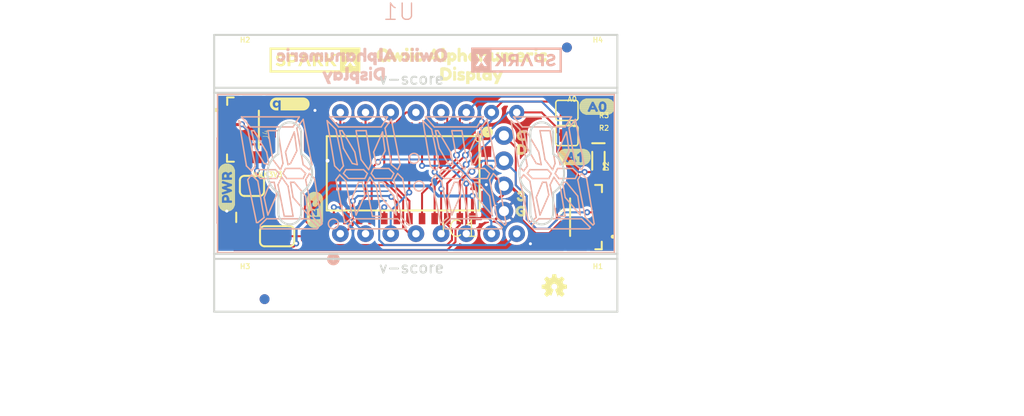
<source format=kicad_pcb>
(kicad_pcb (version 20211014) (generator pcbnew)
  (layers (0 "F.Cu" signal) (31 "B.Cu" signal) (34 "B.Paste" user) (35 "F.Paste" user) (36 "B.SilkS" user "B.Silkscreen") (37 "F.SilkS" user "F.Silkscreen") (38 "B.Mask" user) (39 "F.Mask" user) (44 "Edge.Cuts" user))
  (net 0 "")
  (net 1 "3.3V")
  (net 2 "N$1")
  (net 3 "GND")
  (net 4 "SDA")
  (net 5 "SCL")
  (net 6 "DIG_1A")
  (net 7 "DIG_1B")
  (net 8 "DIG_2A")
  (net 9 "DIG_2B")
  (net 10 "DIG_3A")
  (net 11 "DIG_3B")
  (net 12 "DIG_4B")
  (net 13 "DIG_DP")
  (net 14 "COM_A")
  (net 15 "COM_B")
  (net 16 "COM_C")
  (net 17 "COM_D")
  (net 18 "COM_E")
  (net 19 "COM_F")
  (net 20 "N$4")
  (net 21 "N$5")
  (net 22 "DIG_4A")
  (net 23 "COM_G")
  (net 24 "N$2")
  (net 25 "N$3")
  (net 26 "N$6")
  (net 27 "N$7")
  (footprint "eagleBoard:SPARKX-MEDIUM" (layer "F.Cu") (at 138.3411 93.5736)
    (fp_text reference "U$7" hide)
    (fp_text value "SPARKX-LOGO4" hide)
  )
  (footprint "eagleBoard:QWIIC_4MM" (layer "F.Cu") (at 135.8011 98.0186)
    (fp_text reference "U$6" hide)
    (fp_text value "" hide)
  )
  (footprint "eagleBoard:A11" (layer "F.Cu") (at 162.7251 103.3526)
    (fp_text reference "U$21" hide)
    (fp_text value "" hide)
  )
  (footprint "eagleBoard:STAND-OFF" (layer "F.Cu") (at 130.7211 116.4336)
    (fp_text reference "H3" (at 0 -2.032) (layer "F.SilkS") (effects (font (size 0.512064 0.512064) (thickness 0.097536)) (justify left)))
    (fp_text value "STAND-OFF")
    (pad "" np_thru_hole circle (at 0 0) (size 3.302 3.302) (drill 3.302) (layers *.Cu *.Mask))
  )
  (footprint "eagleBoard:STAND-OFF" (layer "F.Cu") (at 166.2811 93.5736)
    (fp_text reference "H4" (at 0 -2.032) (layer "F.SilkS") (effects (font (size 0.512064 0.512064) (thickness 0.097536)) (justify left)))
    (fp_text value "STAND-OFF")
    (pad "" np_thru_hole circle (at 0 0) (size 3.302 3.302) (drill 3.302) (layers *.Cu *.Mask))
  )
  (footprint "eagleBoard:0603" (layer "F.Cu") (at 138.3411 111.3536 180)
    (fp_text reference "R5" hide)
    (fp_text value "2.2k" hide)
    (pad "1" smd rect (at -0.85 0 180) (size 1.1 1) (layers "F.Cu" "F.Paste" "F.Mask") (net 5 "SCL"))
    (pad "2" smd rect (at 0.85 0 180) (size 1.1 1) (layers "F.Cu" "F.Paste" "F.Mask") (net 20 "N$4"))
  )
  (footprint "eagleBoard:SOD-323" (layer "F.Cu") (at 166.9161 103.7336 -90)
    (fp_text reference "D2" (at 0 -0.762 90) (layer "F.SilkS") (effects (font (size 0.512064 0.512064) (thickness 0.097536)) (justify right)))
    (fp_text value "250mA/100V")
    (pad "A" smd rect (at 1.15 0 270) (size 0.63 0.83) (layers "F.Cu" "F.Paste" "F.Mask") (net 14 "COM_A"))
    (pad "C" smd rect (at -1.15 0 270) (size 0.63 0.83) (layers "F.Cu" "F.Paste" "F.Mask") (net 26 "N$6"))
  )
  (footprint "eagleBoard:SMT-JUMPER_2_NC_TRACE_SILK" (layer "F.Cu") (at 131.9911 106.2736)
    (fp_text reference "UNK3V3" (at 0 -1.143) (layer "F.SilkS") (effects (font (size 0.512064 0.512064) (thickness 0.097536)) (justify left)))
    (fp_text value "JUMPER-SMT_2_NC_TRACE_SILK")
    (fp_line (start -0.508 0) (end 0.508 0) (layer "F.Cu") (width 0.254))
    (pad "1" smd rect (at -0.508 0) (size 0.635 1.27) (layers "F.Cu" "F.Mask") (net 27 "N$7"))
    (pad "2" smd rect (at 0.508 0) (size 0.635 1.27) (layers "F.Cu" "F.Mask") (net 1 "3.3V"))
  )
  (footprint "eagleBoard:DISPLAY1" (layer "F.Cu") (at 149.7711 94.9706)
    (fp_text reference "U$16" hide)
    (fp_text value "" hide)
  )
  (footprint "eagleBoard:G3" (layer "F.Cu") (at 157.6451 108.8136)
    (fp_text reference "U$5" hide)
    (fp_text value "" hide)
  )
  (footprint "eagleBoard:1X04_NO_SILK" (layer "F.Cu") (at 157.3911 108.8136 90)
    (fp_text reference "J3" hide)
    (fp_text value "")
    (pad "1" thru_hole circle (at 0 0 180) (size 1.8796 1.8796) (drill 1.016) (layers *.Cu *.Mask) (net 3 "GND"))
    (pad "2" thru_hole circle (at 2.54 0 180) (size 1.8796 1.8796) (drill 1.016) (layers *.Cu *.Mask) (net 1 "3.3V"))
    (pad "3" thru_hole circle (at 5.08 0 180) (size 1.8796 1.8796) (drill 1.016) (layers *.Cu *.Mask) (net 4 "SDA"))
    (pad "4" thru_hole circle (at 7.62 0 180) (size 1.8796 1.8796) (drill 1.016) (layers *.Cu *.Mask) (net 5 "SCL"))
  )
  (footprint "eagleBoard:A00" (layer "F.Cu") (at 164.8841 98.2726)
    (fp_text reference "U$20" hide)
    (fp_text value "" hide)
  )
  (footprint "eagleBoard:PWR5" (layer "F.Cu") (at 129.4511 108.9406 90)
    (fp_text reference "U$3" hide)
    (fp_text value "" hide)
  )
  (footprint "eagleBoard:SMT-JUMPER_3_2-NC_TRACE_SILK" (layer "F.Cu") (at 134.5311 111.3536 180)
    (fp_text reference "I2C0" hide)
    (fp_text value "JUMPER-SMT_3_2-NC_TRACE_SILK" hide)
    (fp_poly (pts (xy -0.7112 0.127) (xy -0.3048 0.127) (xy -0.3048 -0.127) (xy -0.7112 -0.127)) (layer "F.Cu") (width 0) (fill solid))
    (fp_poly (pts (xy 0.3048 0.127) (xy 0.7112 0.127) (xy 0.7112 -0.127) (xy 0.3048 -0.127)) (layer "F.Cu") (width 0) (fill solid))
    (pad "1" smd rect (at -1.016 0 180) (size 0.635 1.27) (layers "F.Cu" "F.Mask") (net 20 "N$4"))
    (pad "2" smd rect (at 0 0 180) (size 0.635 1.27) (layers "F.Cu" "F.Mask") (net 1 "3.3V"))
    (pad "3" smd rect (at 1.016 0 180) (size 0.635 1.27) (layers "F.Cu" "F.Mask") (net 21 "N$5"))
  )
  (footprint "eagleBoard:LED-0603" (layer "F.Cu") (at 131.9911 109.4486 180)
    (fp_text reference "D1" hide)
    (fp_text value "RED" hide)
    (pad "A" smd roundrect (at -0.877 0 90) (size 1 1) (layers "F.Cu" "F.Paste" "F.Mask") (roundrect_rratio 0.15) (net 2 "N$1"))
    (pad "C" smd roundrect (at 0.877 0 90) (size 1 1) (layers "F.Cu" "F.Paste" "F.Mask") (roundrect_rratio 0.15) (net 3 "GND"))
  )
  (footprint "eagleBoard:HT16K33" (layer "F.Cu") (at 147.2311 105.0036 180)
    (fp_text reference "IC1" (at -7.75 -5.6) (layer "F.SilkS") (effects (font (size 1.647139 1.647139) (thickness 0.130861)) (justify right)))
    (fp_text value "")
    (pad "1" smd rect (at -6.985 4.572 180) (size 0.6604 1.143) (layers "F.Cu" "F.Paste" "F.Mask") (net 3 "GND"))
    (pad "2" smd rect (at -5.715 4.572 180) (size 0.6604 1.143) (layers "F.Cu" "F.Paste" "F.Mask") (net 14 "COM_A"))
    (pad "3" smd rect (at -4.445 4.572 180) (size 0.6604 1.143) (layers "F.Cu" "F.Paste" "F.Mask") (net 15 "COM_B"))
    (pad "4" smd rect (at -3.175 4.572 180) (size 0.6604 1.143) (layers "F.Cu" "F.Paste" "F.Mask") (net 16 "COM_C"))
    (pad "5" smd rect (at -1.905 4.572 180) (size 0.6604 1.143) (layers "F.Cu" "F.Paste" "F.Mask") (net 17 "COM_D"))
    (pad "6" smd rect (at -0.635 4.572 180) (size 0.6604 1.143) (layers "F.Cu" "F.Paste" "F.Mask") (net 18 "COM_E"))
    (pad "7" smd rect (at 0.635 4.572 180) (size 0.6604 1.143) (layers "F.Cu" "F.Paste" "F.Mask") (net 19 "COM_F"))
    (pad "8" smd rect (at 1.905 4.572 180) (size 0.6604 1.143) (layers "F.Cu" "F.Paste" "F.Mask") (net 23 "COM_G"))
    (pad "9" smd rect (at 3.175 4.572 180) (size 0.6604 1.143) (layers "F.Cu" "F.Paste" "F.Mask"))
    (pad "10" smd rect (at 4.445 4.572 180) (size 0.6604 1.143) (layers "F.Cu" "F.Paste" "F.Mask"))
    (pad "11" smd rect (at 5.715 4.572 180) (size 0.6604 1.143) (layers "F.Cu" "F.Paste" "F.Mask"))
    (pad "12" smd rect (at 6.985 4.572 180) (size 0.6604 1.143) (layers "F.Cu" "F.Paste" "F.Mask"))
    (pad "13" smd rect (at 6.985 -4.572 180) (size 0.6604 1.143) (layers "F.Cu" "F.Paste" "F.Mask") (net 13 "DIG_DP"))
    (pad "14" smd rect (at 5.715 -4.572 180) (size 0.6604 1.143) (layers "F.Cu" "F.Paste" "F.Mask") (net 12 "DIG_4B"))
    (pad "15" smd rect (at 4.445 -4.572 180) (size 0.6604 1.143) (layers "F.Cu" "F.Paste" "F.Mask") (net 11 "DIG_3B"))
    (pad "16" smd rect (at 3.175 -4.572 180) (size 0.6604 1.143) (layers "F.Cu" "F.Paste" "F.Mask") (net 9 "DIG_2B"))
    (pad "17" smd rect (at 1.905 -4.572 180) (size 0.6604 1.143) (layers "F.Cu" "F.Paste" "F.Mask") (net 7 "DIG_1B"))
    (pad "18" smd rect (at 0.635 -4.572 180) (size 0.6604 1.143) (layers "F.Cu" "F.Paste" "F.Mask") (net 22 "DIG_4A"))
    (pad "19" smd rect (at -0.635 -4.572 180) (size 0.6604 1.143) (layers "F.Cu" "F.Paste" "F.Mask") (net 10 "DIG_3A"))
    (pad "20" smd rect (at -1.905 -4.572 180) (size 0.6604 1.143) (layers "F.Cu" "F.Paste" "F.Mask") (net 8 "DIG_2A"))
    (pad "21" smd rect (at -3.175 -4.572 180) (size 0.6604 1.143) (layers "F.Cu" "F.Paste" "F.Mask") (net 6 "DIG_1A"))
    (pad "22" smd rect (at -4.445 -4.572 180) (size 0.6604 1.143) (layers "F.Cu" "F.Paste" "F.Mask") (net 5 "SCL"))
    (pad "23" smd rect (at -5.715 -4.572 180) (size 0.6604 1.143) (layers "F.Cu" "F.Paste" "F.Mask") (net 4 "SDA"))
    (pad "24" smd rect (at -6.985 -4.572 180) (size 0.6604 1.143) (layers "F.Cu" "F.Paste" "F.Mask") (net 1 "3.3V"))
  )
  (footprint "eagleBoard:SMT-JUMPER_2_NO_SILK" (layer "F.Cu") (at 163.7411 101.1936)
    (fp_text reference "A1" (at 0 -1.143) (layer "F.SilkS") (effects (font (size 0.512064 0.512064) (thickness 0.097536)) (justify left)))
    (fp_text value "JUMPER-SMT_2_NO_SILK")
    (pad "1" smd rect (at -0.4064 0) (size 0.635 1.27) (layers "F.Cu" "F.Mask") (net 6 "DIG_1A"))
    (pad "2" smd rect (at 0.4064 0) (size 0.635 1.27) (layers "F.Cu" "F.Mask") (net 24 "N$2"))
  )
  (footprint "eagleBoard:MOUNTING_HOLE_M2-0.4X6" (layer "F.Cu") (at 135.8011 105.0036)
    (fp_text reference "U$19" hide)
    (fp_text value "MOUNTING_HOLE_M2-0.4X6" hide)
    (fp_text user "ROUTE\nOUT" (at 0 0) (layer "Edge.Cuts") (effects (font (size 0.46 0.46) (thickness 0.04))))
    (fp_line (start 1.15 4) (end 1.15 1.95) (layer "Edge.Cuts") (width 0.2032))
    (fp_line (start -1.15 -4) (end -1.15 -1.95) (layer "Edge.Cuts") (width 0.2032))
    (fp_line (start 1.15 -1.95) (end 1.15 -4) (layer "Edge.Cuts") (width 0.2032))
    (fp_line (start -1.15 1.95) (end -1.15 4) (layer "Edge.Cuts") (width 0.2032))
    (fp_arc (start -1.15 1.95) (mid -2.254955 0) (end -1.15 -1.95) (layer "Edge.Cuts") (width 0.2032))
    (fp_arc (start 1.15 -1.95) (mid 2.254955 0) (end 1.15 1.95) (layer "Edge.Cuts") (width 0.2032))
    (fp_arc (start 1.15 4) (mid 0 5.15) (end -1.15 4) (layer "Edge.Cuts") (width 0.2032))
    (fp_arc (start -1.15 -4) (mid 0 -5.15) (end 1.15 -4) (layer "Edge.Cuts") (width 0.2032))
  )
  (footprint "eagleBoard:STAND-OFF" (layer "F.Cu") (at 130.7211 93.5736)
    (fp_text reference "H2" (at 0 -2.032) (layer "F.SilkS") (effects (font (size 0.512064 0.512064) (thickness 0.097536)) (justify left)))
    (fp_text value "STAND-OFF")
    (pad "" np_thru_hole circle (at 0 0) (size 3.302 3.302) (drill 3.302) (layers *.Cu *.Mask))
  )
  (footprint "eagleBoard:MOUNTING_HOLE_M2-0.4X6" (layer "F.Cu") (at 161.2011 105.0036)
    (fp_text reference "U$18" hide)
    (fp_text value "MOUNTING_HOLE_M2-0.4X6" hide)
    (fp_text user "ROUTE\nOUT" (at 0 0) (layer "Edge.Cuts") (effects (font (size 0.46 0.46) (thickness 0.04))))
    (fp_line (start 1.15 4) (end 1.15 1.95) (layer "Edge.Cuts") (width 0.2032))
    (fp_line (start 1.15 -1.95) (end 1.15 -4) (layer "Edge.Cuts") (width 0.2032))
    (fp_line (start -1.15 -4) (end -1.15 -1.95) (layer "Edge.Cuts") (width 0.2032))
    (fp_line (start -1.15 1.95) (end -1.15 4) (layer "Edge.Cuts") (width 0.2032))
    (fp_arc (start 1.15 4) (mid 0 5.15) (end -1.15 4) (layer "Edge.Cuts") (width 0.2032))
    (fp_arc (start -1.15 -4) (mid 0 -5.15) (end 1.15 -4) (layer "Edge.Cuts") (width 0.2032))
    (fp_arc (start 1.15 -1.95) (mid 2.254955 0) (end 1.15 1.95) (layer "Edge.Cuts") (width 0.2032))
    (fp_arc (start -1.15 1.95) (mid -2.254955 0) (end -1.15 -1.95) (layer "Edge.Cuts") (width 0.2032))
  )
  (footprint "eagleBoard:0603" (layer "F.Cu") (at 131.9911 108.1786 180)
    (fp_text reference "R1" hide)
    (fp_text value "1k" hide)
    (pad "1" smd rect (at -0.85 0 180) (size 1.1 1) (layers "F.Cu" "F.Paste" "F.Mask") (net 2 "N$1"))
    (pad "2" smd rect (at 0.85 0 180) (size 1.1 1) (layers "F.Cu" "F.Paste" "F.Mask") (net 27 "N$7"))
  )
  (footprint "eagleBoard:32" (layer "F.Cu") (at 157.7721 107.2896)
    (fp_text reference "U$1" hide)
    (fp_text value "" hide)
  )
  (footprint "eagleBoard:FIDUCIAL-1X2" (layer "F.Cu") (at 163.7411 92.3036)
    (fp_text reference "FD3" hide)
    (fp_text value "FIDUCIAL1X2" hide)
    (pad "1" smd roundrect (at 0 0) (size 1 1) (layers "F.Cu" "F.Mask") (roundrect_rratio 0.5))
  )
  (footprint "eagleBoard:D1" (layer "F.Cu") (at 157.7721 102.5906)
    (fp_text reference "U$4" hide)
    (fp_text value "" hide)
  )
  (footprint "eagleBoard:FIDUCIAL-1X2" (layer "F.Cu") (at 133.2611 117.7036)
    (fp_text reference "FD1" hide)
    (fp_text value "FIDUCIAL1X2" hide)
    (pad "1" smd roundrect (at 0 0) (size 1 1) (layers "F.Cu" "F.Mask") (roundrect_rratio 0.5))
  )
  (footprint "eagleBoard:SMT-JUMPER_2_NO_SILK" (layer "F.Cu") (at 163.7411 98.6536)
    (fp_text reference "A0" (at 0 -1.143) (layer "F.SilkS") (effects (font (size 0.512064 0.512064) (thickness 0.097536)) (justify left)))
    (fp_text value "JUMPER-SMT_2_NO_SILK")
    (pad "1" smd rect (at -0.4064 0) (size 0.635 1.27) (layers "F.Cu" "F.Mask") (net 8 "DIG_2A"))
    (pad "2" smd rect (at 0.4064 0) (size 0.635 1.27) (layers "F.Cu" "F.Mask") (net 25 "N$3"))
  )
  (footprint "eagleBoard:0603" (layer "F.Cu") (at 155.6131 108.1786 90)
    (fp_text reference "C1" hide)
    (fp_text value "0.1uF" hide)
    (pad "1" smd rect (at -0.85 0 90) (size 1.1 1) (layers "F.Cu" "F.Paste" "F.Mask") (net 1 "3.3V"))
    (pad "2" smd rect (at 0.85 0 90) (size 1.1 1) (layers "F.Cu" "F.Paste" "F.Mask") (net 3 "GND"))
  )
  (footprint "eagleBoard:JST04_1MM_VERT" (layer "F.Cu") (at 167.9321 109.4486 90)
    (fp_text reference "J5" (at 0.016 -4.566332 90) (layer "F.SilkS") (effects (font (size 0.564733 0.564733) (thickness 0.044867)) (justify left)))
    (fp_text value "Vertical Qwiic Connector")
    (pad "1" smd rect (at -1.478 -0.775 90) (size 0.6 1.55) (layers "F.Cu" "F.Paste" "F.Mask") (net 3 "GND"))
    (pad "2" smd rect (at -0.478 -0.775 90) (size 0.6 1.55) (layers "F.Cu" "F.Paste" "F.Mask") (net 1 "3.3V"))
    (pad "3" smd rect (at 0.522 -0.775 90) (size 0.6 1.55) (layers "F.Cu" "F.Paste" "F.Mask") (net 4 "SDA"))
    (pad "4" smd rect (at 1.522 -0.775 90) (size 0.6 1.55) (layers "F.Cu" "F.Paste" "F.Mask") (net 5 "SCL"))
    (pad "NC1" smd rect (at -2.778 -3.2 90) (size 1.2 2) (layers "F.Cu" "F.Paste" "F.Mask"))
    (pad "NC2" smd rect (at 2.822 -3.2 90) (size 1.2 2) (layers "F.Cu" "F.Paste" "F.Mask"))
  )
  (footprint "eagleBoard:C0" (layer "F.Cu") (at 157.7721 101.1936)
    (fp_text reference "U$2" hide)
    (fp_text value "" hide)
  )
  (footprint "eagleBoard:JST04_1MM_VERT" (layer "F.Cu") (at 128.8161 100.5586 -90)
    (fp_text reference "J4" (at 0.016 -4.566331 90) (layer "F.SilkS") (effects (font (size 0.564733 0.564733) (thickness 0.044867)) (justify right)))
    (fp_text value "Vertical Qwiic Connector")
    (pad "1" smd rect (at -1.478 -0.775 270) (size 0.6 1.55) (layers "F.Cu" "F.Paste" "F.Mask") (net 3 "GND"))
    (pad "2" smd rect (at -0.478 -0.775 270) (size 0.6 1.55) (layers "F.Cu" "F.Paste" "F.Mask") (net 1 "3.3V"))
    (pad "3" smd rect (at 0.522 -0.775 270) (size 0.6 1.55) (layers "F.Cu" "F.Paste" "F.Mask") (net 4 "SDA"))
    (pad "4" smd rect (at 1.522 -0.775 270) (size 0.6 1.55) (layers "F.Cu" "F.Paste" "F.Mask") (net 5 "SCL"))
    (pad "NC1" smd rect (at -2.778 -3.2 270) (size 1.2 2) (layers "F.Cu" "F.Paste" "F.Mask"))
    (pad "NC2" smd rect (at 2.822 -3.2 270) (size 1.2 2) (layers "F.Cu" "F.Paste" "F.Mask"))
  )
  (footprint "eagleBoard:I_SUPER2_C-()-04" (layer "F.Cu") (at 138.3411 110.5916 90)
    (fp_text reference "U$10" hide)
    (fp_text value "" hide)
  )
  (footprint "eagleBoard:CREATIVE_COMMONS" (layer "F.Cu") (at 126.9111 129.1336)
    (fp_text reference "FRAME1" hide)
    (fp_text value "FRAME-LETTER" hide)
  )
  (footprint "eagleBoard:0603" (layer "F.Cu") (at 166.9161 101.1936)
    (fp_text reference "R2" (at 0 -0.762) (layer "F.SilkS") (effects (font (size 0.512064 0.512064) (thickness 0.097536)) (justify left)))
    (fp_text value "39k")
    (pad "1" smd rect (at -0.85 0) (size 1.1 1) (layers "F.Cu" "F.Paste" "F.Mask") (net 24 "N$2"))
    (pad "2" smd rect (at 0.85 0) (size 1.1 1) (layers "F.Cu" "F.Paste" "F.Mask") (net 26 "N$6"))
  )
  (footprint "eagleBoard:QWIIC_ALPHANUMERIC0" (layer "F.Cu") (at 143.4211 93.0656)
    (fp_text reference "U$15" hide)
    (fp_text value "" hide)
  )
  (footprint "eagleBoard:0603" (layer "F.Cu") (at 130.7211 111.3536)
    (fp_text reference "R4" hide)
    (fp_text value "2.2k" hide)
    (pad "1" smd rect (at -0.85 0) (size 1.1 1) (layers "F.Cu" "F.Paste" "F.Mask") (net 4 "SDA"))
    (pad "2" smd rect (at 0.85 0) (size 1.1 1) (layers "F.Cu" "F.Paste" "F.Mask") (net 21 "N$5"))
  )
  (footprint "eagleBoard:STAND-OFF" (layer "F.Cu") (at 166.2811 116.4336)
    (fp_text reference "H1" (at 0 -2.032) (layer "F.SilkS") (effects (font (size 0.512064 0.512064) (thickness 0.097536)) (justify left)))
    (fp_text value "STAND-OFF")
    (pad "" np_thru_hole circle (at 0 0) (size 3.302 3.302) (drill 3.302) (layers *.Cu *.Mask))
  )
  (footprint "eagleBoard:0603" (layer "F.Cu") (at 166.9161 99.9236)
    (fp_text reference "R3" (at 0 -0.762) (layer "F.SilkS") (effects (font (size 0.512064 0.512064) (thickness 0.097536)) (justify left)))
    (fp_text value "39k")
    (pad "1" smd rect (at -0.85 0) (size 1.1 1) (layers "F.Cu" "F.Paste" "F.Mask") (net 25 "N$3"))
    (pad "2" smd rect (at 0.85 0) (size 1.1 1) (layers "F.Cu" "F.Paste" "F.Mask") (net 26 "N$6"))
  )
  (footprint "eagleBoard:0603" (layer "F.Cu") (at 155.6131 101.9556 90)
    (fp_text reference "C2" (at 0 -0.762 90) (layer "F.SilkS") (effects (font (size 0.512064 0.512064) (thickness 0.097536)) (justify left)))
    (fp_text value "10uF")
    (pad "1" smd rect (at -0.85 0 90) (size 1.1 1) (layers "F.Cu" "F.Paste" "F.Mask") (net 1 "3.3V"))
    (pad "2" smd rect (at 0.85 0 90) (size 1.1 1) (layers "F.Cu" "F.Paste" "F.Mask") (net 3 "GND"))
  )
  (footprint "eagleBoard:OSHW-LOGO-MINI" (layer "F.Cu") (at 162.4711 116.4336)
    (fp_text reference "LOGO1" hide)
    (fp_text value "OSHW-LOGOMINI" hide)
  )
  (footprint "eagleBoard:QWIIC_ALPHANUMERIC0" (layer "B.Cu") (at 152.8191 93.0656 180)
    (fp_text reference "U$13" hide)
    (fp_text value "" hide)
  )
  (footprint "eagleBoard:FIDUCIAL-1X2" (layer "B.Cu") (at 163.7411 92.3036 180)
    (fp_text reference "FD4" hide)
    (fp_text value "FIDUCIAL1X2" hide)
    (pad "1" smd roundrect (at 0 0 180) (size 1 1) (layers "B.Cu" "B.Mask") (roundrect_rratio 0.5))
  )
  (footprint "eagleBoard:SPARKX-MEDIUM" (layer "B.Cu") (at 158.6611 93.5736 180)
    (fp_text reference "U$8" hide)
    (fp_text value "SPARKX-LOGO4" hide)
  )
  (footprint "eagleBoard:DISPLAY1" (layer "B.Cu") (at 146.5961 94.9706 180)
    (fp_text reference "U$17" hide)
    (fp_text value "" hide)
  )
  (footprint "eagleBoard:SILSMART_DISPLAY" (layer "B.Cu") (at 148.5011 105.0036 180)
    (fp_text reference "U1" (at -0.05 16.3) (layer "B.SilkS") (effects (font (size 1.647139 1.647139) (thickness 0.130861)) (justify left mirror)))
    (fp_text value "")
    (pad "1" thru_hole circle (at -10.178 -6.092 180) (size 1.6764 1.6764) (drill 0.75) (layers *.Cu *.Mask) (net 7 "DIG_1B"))
    (pad "2" thru_hole circle (at -7.638 -6.092 180) (size 1.6764 1.6764) (drill 0.75) (layers *.Cu *.Mask) (net 9 "DIG_2B"))
    (pad "3" thru_hole circle (at -5.098 -6.092 180) (size 1.6764 1.6764) (drill 0.75) (layers *.Cu *.Mask) (net 17 "COM_D"))
    (pad "4" thru_hole circle (at -2.558 -6.092 180) (size 1.6764 1.6764) (drill 0.75) (layers *.Cu *.Mask) (net 16 "COM_C"))
    (pad "5" thru_hole circle (at -0.018 -6.092 180) (size 1.6764 1.6764) (drill 0.75) (layers *.Cu *.Mask) (net 23 "COM_G"))
    (pad "6" thru_hole circle (at 2.522 -6.092 180) (size 1.6764 1.6764) (drill 0.75) (layers *.Cu *.Mask) (net 18 "COM_E"))
    (pad "7" thru_hole circle (at 5.062 -6.092 180) (size 1.6764 1.6764) (drill 0.75) (layers *.Cu *.Mask) (net 13 "DIG_DP"))
    (pad "8" thru_hole circle (at 7.602 -6.092 180) (size 1.6764 1.6764) (drill 0.75) (layers *.Cu *.Mask) (net 22 "DIG_4A"))
    (pad "9" thru_hole circle (at 7.602 6.148) (size 1.6764 1.6764) (drill 0.75) (layers *.Cu *.Mask) (net 12 "DIG_4B"))
    (pad "10" thru_hole circle (at 5.062 6.148) (size 1.6764 1.6764) (drill 0.75) (layers *.Cu *.Mask) (net 11 "DIG_3B"))
    (pad "11" thru_hole circle (at 2.522 6.148) (size 1.6764 1.6764) (drill 0.75) (layers *.Cu *.Mask) (net 10 "DIG_3A"))
    (pad "12" thru_hole circle (at -0.018 6.148) (size 1.6764 1.6764) (drill 0.75) (layers *.Cu *.Mask) (net 19 "COM_F"))
    (pad "13" thru_hole circle (at -2.558 6.148) (size 1.6764 1.6764) (drill 0.75) (layers *.Cu *.Mask) (net 15 "COM_B"))
    (pad "14" thru_hole circle (at -5.098 6.148) (size 1.6764 1.6764) (drill 0.75) (layers *.Cu *.Mask) (net 14 "COM_A"))
    (pad "15" thru_hole circle (at -7.638 6.148) (size 1.524 1.524) (drill 0.75) (layers *.Cu *.Mask) (net 8 "DIG_2A"))
    (pad "16" thru_hole circle (at -10.178 6.148) (size 1.524 1.524) (drill 0.75) (layers *.Cu *.Mask) (net 6 "DIG_1A"))
  )
  (footprint "eagleBoard:FIDUCIAL-1X2" (layer "B.Cu") (at 133.2611 117.7036 180)
    (fp_text reference "FD2" hide)
    (fp_text value "FIDUCIAL1X2" hide)
    (pad "1" smd roundrect (at 0 0 180) (size 1 1) (layers "B.Cu" "B.Mask") (roundrect_rratio 0.5))
  )
  (gr_line (start 128.1811 96.8756) (end 128.1811 91.0336) (layer "Edge.Cuts") (width 0.2032))
  (gr_line (start 168.8211 96.3676) (end 128.3081 96.3676) (layer "Edge.Cuts") (width 0.2032))
  (gr_line (start 128.1811 118.9736) (end 128.1811 113.1316) (layer "Edge.Cuts") (width 0.2032))
  (gr_line (start 168.8211 113.1316) (end 168.8211 118.9736) (layer "Edge.Cuts") (width 0.2032))
  (gr_line (start 128.1811 96.8756) (end 128.1811 113.1316) (layer "Edge.Cuts") (width 0.2032))
  (gr_line (start 168.8211 118.9736) (end 128.1811 118.9736) (layer "Edge.Cuts") (width 0.2032))
  (gr_line (start 168.8211 113.1316) (end 168.8211 96.8756) (layer "Edge.Cuts") (width 0.2032))
  (gr_line (start 128.3081 113.6396) (end 168.8211 113.6396) (layer "Edge.Cuts") (width 0.2032))
  (gr_line (start 168.8211 96.8756) (end 128.1811 96.8756) (layer "Edge.Cuts") (width 0.2032))
  (gr_line (start 168.8211 91.0336) (end 168.8211 96.8756) (layer "Edge.Cuts") (width 0.2032))
  (gr_line (start 128.1811 91.0336) (end 168.8211 91.0336) (layer "Edge.Cuts") (width 0.2032))
  (gr_line (start 128.1811 113.1316) (end 168.8211 113.1316) (layer "Edge.Cuts") (width 0.2032))
  (gr_text "v-score" (at 144.6911 115.1636) (layer "Edge.Cuts") (effects (font (size 1.0795 1.0795) (thickness 0.1905)) (justify left bottom)))
  (gr_text "v-score" (at 144.6911 96.1136) (layer "Edge.Cuts") (effects (font (size 1.0795 1.0795) (thickness 0.1905)) (justify left bottom)))
  (segment (start 159.1691 107.4166) (end 159.1691 109.7026) (width 0.3048) (layer "F.Cu") (net 1))
  (segment (start 155.0661 109.5756) (end 155.6131 109.0286) (width 0.3048) (layer "F.Cu") (net 1))
  (segment (start 154.2161 107.2896) (end 154.2161 109.5756) (width 0.3048) (layer "F.Cu") (net 1))
  (segment (start 163.1361 109.9266) (end 167.1571 109.9266) (width 0.3048) (layer "F.Cu") (net 1))
  (segment (start 160.5661 111.0996) (end 161.9631 111.0996) (width 0.3048) (layer "F.Cu") (net 1))
  (segment (start 129.5911 100.0806) (end 130.9451 100.0806) (width 0.3048) (layer "F.Cu") (net 1))
  (segment (start 157.3911 107.053469) (end 157.3911 106.2736) (width 0.3048) (layer "F.Cu") (net 1))
  (segment (start 157.3911 106.2736) (end 155.6131 104.4956) (width 0.3048) (layer "F.Cu") (net 1))
  (segment (start 158.0261 106.2736) (end 159.1691 107.4166) (width 0.3048) (layer "F.Cu") (net 1))
  (segment (start 156.261168 108.1834) (end 157.3911 107.053469) (width 0.3048) (layer "F.Cu") (net 1))
  (segment (start 130.9451 100.0806) (end 130.9751 100.0506) (width 0.2032) (layer "F.Cu") (net 1))
  (segment (start 134.5311 109.9566) (end 133.7691 109.1946) (width 0.3048) (layer "F.Cu") (net 1))
  (segment (start 133.7691 106.7816) (end 133.2611 106.2736) (width 0.3048) (layer "F.Cu") (net 1))
  (segment (start 155.6131 109.0286) (end 155.6131 108.5596) (width 0.3048) (layer "F.Cu") (net 1))
  (segment (start 155.6131 104.4956) (end 155.6131 102.8056) (width 0.3048) (layer "F.Cu") (net 1))
  (segment (start 134.5311 111.3536) (end 134.5311 109.9566) (width 0.3048) (layer "F.Cu") (net 1))
  (segment (start 134.5311 112.1156) (end 134.7597 112.3442) (width 0.3048) (layer "F.Cu") (net 1))
  (segment (start 155.9893 108.1834) (end 156.261168 108.1834) (width 0.3048) (layer "F.Cu") (net 1))
  (segment (start 133.7691 109.1946) (end 133.7691 106.7816) (width 0.3048) (layer "F.Cu") (net 1))
  (segment (start 159.1691 109.7026) (end 160.5661 111.0996) (width 0.3048) (layer "F.Cu") (net 1))
  (segment (start 132.4991 106.2736) (end 132.4991 104.7496) (width 0.3048) (layer "F.Cu") (net 1))
  (segment (start 155.6131 108.5596) (end 155.9893 108.1834) (width 0.3048) (layer "F.Cu") (net 1))
  (segment (start 134.7597 112.3442) (end 136.1791 112.3442) (width 0.3048) (layer "F.Cu") (net 1))
  (segment (start 134.5311 111.3536) (end 134.5311 112.1156) (width 0.3048) (layer "F.Cu") (net 1))
  (segment (start 161.9631 111.0996) (end 163.1361 109.9266) (width 0.3048) (layer "F.Cu") (net 1))
  (segment (start 154.2161 109.5756) (end 155.0661 109.5756) (width 0.3048) (layer "F.Cu") (net 1))
  (segment (start 136.1791 112.3442) (end 136.4458 112.0775) (width 0.3048) (layer "F.Cu") (net 1))
  (segment (start 132.4991 106.2736) (end 133.2611 106.2736) (width 0.3048) (layer "F.Cu") (net 1))
  (segment (start 157.3911 106.2736) (end 158.0261 106.2736) (width 0.3048) (layer "F.Cu") (net 1))
  (via (at 130.9751 100.0506) (size 0.6096) (drill 0.3048) (layers "F.Cu" "B.Cu") (net 1))
  (via (at 136.4458 112.0775) (size 0.6096) (drill 0.3048) (layers "F.Cu" "B.Cu") (net 1))
  (via (at 132.4991 104.7496) (size 0.6096) (drill 0.3048) (layers "F.Cu" "B.Cu") (net 1))
  (via (at 154.2161 107.2896) (size 0.6096) (drill 0.3048) (layers "F.Cu" "B.Cu") (net 1))
  (segment (start 139.9912 106.2736) (end 137.4337 108.8311) (width 0.3048) (layer "B.Cu") (net 1))
  (segment (start 130.9751 100.0506) (end 132.4991 101.5746) (width 0.3048) (layer "B.Cu") (net 1))
  (segment (start 149.7711 106.2736) (end 139.9912 106.2736) (width 0.3048) (layer "B.Cu") (net 1))
  (segment (start 137.4337 108.8311) (end 137.4337 109.635369) (width 0.3048) (layer "B.Cu") (net 1))
  (segment (start 137.4337 109.635369) (end 136.4458 110.623269) (width 0.3048) (layer "B.Cu") (net 1))
  (segment (start 136.4458 110.623269) (end 136.4458 112.0775) (width 0.3048) (layer "B.Cu") (net 1))
  (segment (start 132.4991 101.5746) (end 132.4991 104.7496) (width 0.3048) (layer "B.Cu") (net 1))
  (segment (start 150.7871 107.2896) (end 154.2161 107.2896) (width 0.3048) (layer "B.Cu") (net 1))
  (segment (start 149.7711 106.2736) (end 150.7871 107.2896) (width 0.3048) (layer "B.Cu") (net 1))
  (segment (start 132.8681 108.2056) (end 132.8411 108.1786) (width 0.2032) (layer "F.Cu") (net 2))
  (segment (start 132.8681 109.4486) (end 132.8681 108.2056) (width 0.2032) (layer "F.Cu") (net 2))
  (segment (start 154.8511 99.7966) (end 155.1051 99.7966) (width 0.3048) (layer "F.Cu") (net 3))
  (segment (start 154.2161 100.4316) (end 154.8511 99.7966) (width 0.3048) (layer "F.Cu") (net 3))
  (via (at 138.3411 98.6536) (size 0.6096) (drill 0.3048) (layers "F.Cu" "B.Cu") (net 3))
  (via (at 139.6111 103.7336) (size 0.6858) (drill 0.381) (layers "F.Cu" "B.Cu") (net 3))
  (via (at 160.0581 112.1156) (size 0.6096) (drill 0.3048) (layers "F.Cu" "B.Cu") (net 3))
  (via (at 155.6131 106.1466) (size 0.6096) (drill 0.3048) (layers "F.Cu" "B.Cu") (net 3))
  (via (at 155.1051 99.7966) (size 0.6858) (drill 0.381) (layers "F.Cu" "B.Cu") (net 3))
  (via (at 129.4511 108.8136) (size 0.6096) (drill 0.3048) (layers "F.Cu" "B.Cu") (net 3))
  (segment (start 152.9461 109.5756) (end 152.9461 105.777088) (width 0.2032) (layer "F.Cu") (net 4))
  (segment (start 153.9113 104.811888) (end 154.1653 104.811888) (width 0.2032) (layer "F.Cu") (net 4))
  (segment (start 129.8711 111.3536) (end 128.5367 110.0192) (width 0.2032) (layer "F.Cu") (net 4))
  (segment (start 152.5069 110.643194) (end 152.5069 111.9198) (width 0.2032) (layer "F.Cu") (net 4))
  (segment (start 128.9037 101.0806) (end 129.5911 101.0806) (width 0.2032) (layer "F.Cu") (net 4))
  (segment (start 152.5069 111.9198) (end 151.6761 112.7506) (width 0.2032) (layer "F.Cu") (net 4))
  (segment (start 129.8321 112.3696) (end 129.8321 111.3926) (width 0.2032) (layer "F.Cu") (net 4))
  (segment (start 128.5367 101.4476) (end 128.9037 101.0806) (width 0.2032) (layer "F.Cu") (net 4))
  (segment (start 153.9113 104.811888) (end 152.9461 105.777088) (width 0.2032) (layer "F.Cu") (net 4))
  (segment (start 152.9461 110.203994) (end 152.5069 110.643194) (width 0.2032) (layer "F.Cu") (net 4))
  (segment (start 165.7731 108.9406) (end 167.1431 108.9406) (width 0.2032) (layer "F.Cu") (net 4))
  (segment (start 151.6761 112.7506) (end 130.2131 112.7506) (width 0.2032) (layer "F.Cu") (net 4))
  (segment (start 152.9461 109.5756) (end 152.9461 110.203994) (width 0.2032) (layer "F.Cu") (net 4))
  (segment (start 130.2131 112.7506) (end 129.8321 112.3696) (width 0.2032) (layer "F.Cu") (net 4))
  (segment (start 129.8321 111.3926) (end 129.8711 111.3536) (width 0.2032) (layer "F.Cu") (net 4))
  (segment (start 167.1431 108.9406) (end 167.1571 108.9266) (width 0.2032) (layer "F.Cu") (net 4))
  (segment (start 128.5367 110.0192) (end 128.5367 101.4476) (width 0.2032) (layer "F.Cu") (net 4))
  (via (at 165.7731 108.9406) (size 0.6096) (drill 0.3048) (layers "F.Cu" "B.Cu") (net 4))
  (via (at 154.1653 104.811888) (size 0.6858) (drill 0.381) (layers "F.Cu" "B.Cu") (net 4))
  (segment (start 159.6955 109.635369) (end 160.651731 110.5916) (width 0.2032) (layer "B.Cu") (net 4))
  (segment (start 158.5849 104.9274) (end 158.5849 106.1974) (width 0.2032) (layer "B.Cu") (net 4))
  (segment (start 159.6955 107.308) (end 159.6955 109.635369) (width 0.2032) (layer "B.Cu") (net 4))
  (segment (start 155.243587 103.7336) (end 157.3911 103.7336) (width 0.2032) (layer "B.Cu") (net 4))
  (segment (start 163.4871 108.9406) (end 165.7731 108.9406) (width 0.2032) (layer "B.Cu") (net 4))
  (segment (start 158.5849 106.1974) (end 159.6955 107.308) (width 0.2032) (layer "B.Cu") (net 4))
  (segment (start 154.1653 104.811888) (end 155.243587 103.7336) (width 0.2032) (layer "B.Cu") (net 4))
  (segment (start 161.8361 110.5916) (end 163.4871 108.9406) (width 0.2032) (layer "B.Cu") (net 4))
  (segment (start 157.3911 103.7336) (end 158.5849 104.9274) (width 0.2032) (layer "B.Cu") (net 4))
  (segment (start 160.651731 110.5916) (end 161.8361 110.5916) (width 0.2032) (layer "B.Cu") (net 4))
  (segment (start 133.5335 102.0826) (end 129.5931 102.0826) (width 0.2032) (layer "F.Cu") (net 5))
  (segment (start 129.5931 102.0826) (end 129.5911 102.0806) (width 0.2032) (layer "F.Cu") (net 5))
  (segment (start 136.4361 99.4156) (end 135.1661 99.4156) (width 0.2032) (layer "F.Cu") (net 5))
  (segment (start 158.5849 106.1974) (end 158.5849 102.3874) (width 0.2032) (layer "F.Cu") (net 5))
  (segment (start 134.2955 101.3206) (end 133.5335 102.0826) (width 0.2032) (layer "F.Cu") (net 5))
  (segment (start 151.6761 109.5756) (end 151.6761 110.167994) (width 0.2032) (layer "F.Cu") (net 5))
  (segment (start 151.6761 110.167994) (end 152.1513 110.643194) (width 0.2032) (layer "F.Cu") (net 5))
  (segment (start 134.2955 100.2862) (end 134.2955 101.3206) (width 0.2032) (layer "F.Cu") (net 5))
  (segment (start 152.1513 110.643194) (end 152.1513 111.7346) (width 0.2032) (layer "F.Cu") (net 5))
  (segment (start 138.4681 106.1466) (end 138.4681 103.8606) (width 0.2032) (layer "F.Cu") (net 5))
  (segment (start 135.1661 99.4156) (end 134.2955 100.2862) (width 0.2032) (layer "F.Cu") (net 5))
  (segment (start 138.9371 111.3536) (end 137.3251 109.7416) (width 0.2032) (layer "F.Cu") (net 5))
  (segment (start 137.3251 109.7416) (end 137.3251 107.2896) (width 0.2032) (layer "F.Cu") (net 5))
  (segment (start 158.5849 102.3874) (end 157.3911 101.1936) (width 0.2032) (layer "F.Cu") (net 5))
  (segment (start 137.3251 107.2896) (end 138.4681 106.1466) (width 0.2032) (layer "F.Cu") (net 5))
  (segment (start 137.3251 102.7176) (end 137.3251 100.3046) (width 0.2032) (layer "F.Cu") (net 5))
  (segment (start 138.4681 103.8606) (end 137.3251 102.7176) (width 0.2032) (layer "F.Cu") (net 5))
  (segment (start 139.4841 112.2426) (end 139.1911 111.9496) (width 0.2032) (layer "F.Cu") (net 5))
  (segment (start 152.1513 111.7346) (end 151.6433 112.2426) (width 0.2032) (layer "F.Cu") (net 5))
  (segment (start 137.3251 100.3046) (end 136.4361 99.4156) (width 0.2032) (layer "F.Cu") (net 5))
  (segment (start 162.7251 108.5596) (end 162.7251 109.7026) (width 0.2032) (layer "F.Cu") (net 5))
  (segment (start 151.6761 109.5756) (end 151.6761 106.0196) (width 0.2032) (layer "F.Cu") (net 5))
  (segment (start 139.1911 111.3536) (end 138.9371 111.3536) (width 0.2032) (layer "F.Cu") (net 5))
  (segment (start 161.8361 110.5916) (end 160.651731 110.5916) (width 0.2032) (layer "F.Cu") (net 5))
  (segment (start 162.7251 109.7026) (end 161.8361 110.5916) (width 0.2032) (layer "F.Cu") (net 5))
  (segment (start 151.6761 106.0196) (end 153.5811 104.1146) (width 0.2032) (layer "F.Cu") (net 5))
  (segment (start 151.6433 112.2426) (end 139.4841 112.2426) (width 0.2032) (layer "F.Cu") (net 5))
  (segment (start 165.0111 107.9266) (end 165.0091 107.9246) (width 0.2032) (layer "F.Cu") (net 5))
  (segment (start 139.1911 111.9496) (end 139.1911 111.3536) (width 0.2032) (layer "F.Cu") (net 5))
  (segment (start 159.6771 107.2896) (end 159.6771 109.616969) (width 0.2032) (layer "F.Cu") (net 5))
  (segment (start 165.0111 107.9266) (end 167.1571 107.9266) (width 0.2032) (layer "F.Cu") (net 5))
  (segment (start 160.651731 110.5916) (end 159.6771 109.616969) (width 0.2032) (layer "F.Cu") (net 5))
  (segment (start 163.3601 107.9246) (end 162.7251 108.5596) (width 0.2032) (layer "F.Cu") (net 5))
  (segment (start 159.6771 107.2896) (end 158.5849 106.1974) (width 0.2032) (layer "F.Cu") (net 5))
  (segment (start 165.0091 107.9246) (end 163.3601 107.9246) (width 0.2032) (layer "F.Cu") (net 5))
  (via (at 153.5811 104.1146) (size 0.6858) (drill 0.381) (layers "F.Cu" "B.Cu") (net 5))
  (segment (start 155.6766 102.0191) (end 156.5021 101.1936) (width 0.2032) (layer "B.Cu") (net 5))
  (segment (start 153.5811 104.1146) (end 155.6766 102.0191) (width 0.2032) (layer "B.Cu") (net 5))
  (segment (start 156.5021 101.1936) (end 157.3911 101.1936) (width 0.2032) (layer "B.Cu") (net 5))
  (segment (start 163.3347 101.1936) (end 163.1061 101.1936) (width 0.2032) (layer "F.Cu") (net 6))
  (segment (start 150.4061 109.5756) (end 150.4061 106.2736) (width 0.2032) (layer "F.Cu") (net 6))
  (segment (start 150.4061 106.2736) (end 153.5061 103.1736) (width 0.2032) (layer "F.Cu") (net 6))
  (segment (start 161.190468 98.8556) (end 158.6791 98.8556) (width 0.2032) (layer "F.Cu") (net 6))
  (segment (start 163.1061 101.1936) (end 162.690068 100.777569) (width 0.2032) (layer "F.Cu") (net 6))
  (segment (start 162.690068 100.777569) (end 162.690068 100.3552) (width 0.2032) (layer "F.Cu") (net 6))
  (segment (start 162.690068 100.3552) (end 161.190468 98.8556) (width 0.2032) (layer "F.Cu") (net 6))
  (via (at 153.5061 103.1736) (size 0.6858) (drill 0.381) (layers "F.Cu" "B.Cu") (net 6))
  (segment (start 153.5061 103.1736) (end 157.8241 98.8556) (width 0.2032) (layer "B.Cu") (net 6))
  (segment (start 157.8241 98.8556) (end 158.6791 98.8556) (width 0.2032) (layer "B.Cu") (net 6))
  (segment (start 145.3261 108.4326) (end 145.3261 109.5756) (width 0.2032) (layer "F.Cu") (net 7))
  (via (at 145.3261 108.4326) (size 0.6096) (drill 0.3048) (layers "F.Cu" "B.Cu") (net 7))
  (segment (start 144.8181 111.7346) (end 144.8181 108.9406) (width 0.2032) (layer "B.Cu") (net 7))
  (segment (start 157.5321 112.2426) (end 145.3261 112.2426) (width 0.2032) (layer "B.Cu") (net 7))
  (segment (start 144.8181 108.9406) (end 145.3261 108.4326) (width 0.2032) (layer "B.Cu") (net 7))
  (segment (start 158.6791 111.0956) (end 157.5321 112.2426) (width 0.2032) (layer "B.Cu") (net 7))
  (segment (start 145.3261 112.2426) (end 144.8181 111.7346) (width 0.2032) (layer "B.Cu") (net 7))
  (segment (start 157.2301 97.7646) (end 162.2171 97.7646) (width 0.2032) (layer "F.Cu") (net 8))
  (segment (start 149.1361 109.5756) (end 149.1361 107.0356) (width 0.2032) (layer "F.Cu") (net 8))
  (segment (start 162.2171 97.7646) (end 163.1061 98.6536) (width 0.2032) (layer "F.Cu") (net 8))
  (segment (start 152.6116 103.5601) (end 149.1361 107.0356) (width 0.2032) (layer "F.Cu") (net 8))
  (segment (start 152.6116 103.5601) (end 152.6116 103.1791) (width 0.2032) (layer "F.Cu") (net 8))
  (segment (start 163.1061 98.6536) (end 163.3347 98.6536) (width 0.2032) (layer "F.Cu") (net 8))
  (segment (start 156.1391 98.8556) (end 157.2301 97.7646) (width 0.2032) (layer "F.Cu") (net 8))
  (via (at 152.6116 103.1791) (size 0.6858) (drill 0.381) (layers "F.Cu" "B.Cu") (net 8))
  (segment (start 156.1391 99.6516) (end 156.1391 98.8556) (width 0.2032) (layer "B.Cu") (net 8))
  (segment (start 152.6116 103.1791) (end 156.1391 99.6516) (width 0.2032) (layer "B.Cu") (net 8))
  (segment (start 144.0561 104.4956) (end 144.6911 103.8606) (width 0.2032) (layer "F.Cu") (net 9))
  (segment (start 144.0561 109.5756) (end 144.0561 104.4956) (width 0.2032) (layer "F.Cu") (net 9))
  (via (at 144.6911 103.8606) (size 0.6096) (drill 0.3048) (layers "F.Cu" "B.Cu") (net 9))
  (segment (start 154.8511 106.4006) (end 152.0571 103.6066) (width 0.2032) (layer "B.Cu") (net 9))
  (segment (start 144.9451 103.6066) (end 144.6911 103.8606) (width 0.2032) (layer "B.Cu") (net 9))
  (segment (start 156.1391 111.0956) (end 156.1211 111.0776) (width 0.2032) (layer "B.Cu") (net 9))
  (segment (start 156.1211 109.8296) (end 154.8511 108.5596) (width 0.2032) (layer "B.Cu") (net 9))
  (segment (start 152.0571 103.6066) (end 144.9451 103.6066) (width 0.2032) (layer "B.Cu") (net 9))
  (segment (start 156.1211 111.0776) (end 156.1211 109.8296) (width 0.2032) (layer "B.Cu") (net 9))
  (segment (start 154.8511 108.5596) (end 154.8511 106.4006) (width 0.2032) (layer "B.Cu") (net 9))
  (segment (start 145.9791 98.8556) (end 145.9791 105.9106) (width 0.2032) (layer "F.Cu") (net 10))
  (segment (start 147.8661 107.7976) (end 147.8661 109.5756) (width 0.2032) (layer "F.Cu") (net 10))
  (segment (start 145.9791 105.9106) (end 147.8661 107.7976) (width 0.2032) (layer "F.Cu") (net 10))
  (segment (start 143.4391 107.3986) (end 142.7861 108.0516) (width 0.2032) (layer "F.Cu") (net 11))
  (segment (start 143.4391 98.8556) (end 143.4391 107.3986) (width 0.2032) (layer "F.Cu") (net 11))
  (segment (start 142.7861 108.0516) (end 142.7861 109.5756) (width 0.2032) (layer "F.Cu") (net 11))
  (segment (start 140.8991 107.4346) (end 141.5161 108.0516) (width 0.2032) (layer "F.Cu") (net 12))
  (segment (start 140.8991 98.8556) (end 140.8991 107.4346) (width 0.2032) (layer "F.Cu") (net 12))
  (segment (start 141.5161 108.0516) (end 141.5161 109.5756) (width 0.2032) (layer "F.Cu") (net 12))
  (segment (start 140.2461 108.4326) (end 140.2461 109.5756) (width 0.2032) (layer "F.Cu") (net 13))
  (via (at 140.2461 108.4326) (size 0.6096) (drill 0.3048) (layers "F.Cu" "B.Cu") (net 13))
  (segment (start 143.4391 111.0956) (end 140.7761 108.4326) (width 0.2032) (layer "B.Cu") (net 13))
  (segment (start 140.7761 108.4326) (end 140.2461 108.4326) (width 0.2032) (layer "B.Cu") (net 13))
  (segment (start 165.5191 104.8766) (end 166.9091 104.8766) (width 0.2032) (layer "F.Cu") (net 14))
  (segment (start 152.9461 99.5086) (end 153.5991 98.8556) (width 0.2032) (layer "F.Cu") (net 14))
  (segment (start 152.9461 100.4316) (end 152.9461 99.5086) (width 0.2032) (layer "F.Cu") (net 14))
  (segment (start 166.9091 104.8766) (end 166.9161 104.8836) (width 0.2032) (layer "F.Cu") (net 14))
  (via (at 165.5191 104.8766) (size 0.6096) (drill 0.3048) (layers "F.Cu" "B.Cu") (net 14))
  (segment (start 162.8521 102.8446) (end 164.8841 104.8766) (width 0.2032) (layer "B.Cu") (net 14))
  (segment (start 154.6901 97.7646) (end 161.2011 97.7646) (width 0.2032) (layer "B.Cu") (net 14))
  (segment (start 153.5991 98.8556) (end 154.6901 97.7646) (width 0.2032) (layer "B.Cu") (net 14))
  (segment (start 162.8521 99.4156) (end 162.8521 102.8446) (width 0.2032) (layer "B.Cu") (net 14))
  (segment (start 164.8841 104.8766) (end 165.5191 104.8766) (width 0.2032) (layer "B.Cu") (net 14))
  (segment (start 161.2011 97.7646) (end 162.8521 99.4156) (width 0.2032) (layer "B.Cu") (net 14))
  (segment (start 151.6761 100.4316) (end 151.6761 99.4726) (width 0.2032) (layer "F.Cu") (net 15))
  (segment (start 151.6761 99.4726) (end 151.0591 98.8556) (width 0.2032) (layer "F.Cu") (net 15))
  (segment (start 150.4061 104.8766) (end 150.4061 100.4316) (width 0.2032) (layer "F.Cu") (net 16))
  (segment (start 151.0591 111.0956) (end 151.0591 106.59175) (width 0.2032) (layer "F.Cu") (net 16))
  (segment (start 151.0591 106.59175) (end 151.0792 106.57165) (width 0.2032) (layer "F.Cu") (net 16))
  (via (at 151.0792 106.57165) (size 0.6096) (drill 0.3048) (layers "F.Cu" "B.Cu") (net 16))
  (via (at 150.4061 104.8766) (size 0.6096) (drill 0.3048) (layers "F.Cu" "B.Cu") (net 16))
  (segment (start 151.0792 106.57165) (end 151.0792 105.5497) (width 0.2032) (layer "B.Cu") (net 16))
  (segment (start 151.0792 105.5497) (end 150.4061 104.8766) (width 0.2032) (layer "B.Cu") (net 16))
  (segment (start 153.5991 111.0956) (end 153.5991 106.0376) (width 0.2032) (layer "F.Cu") (net 17))
  (segment (start 149.1361 100.4316) (end 149.1361 104.2416) (width 0.2032) (layer "F.Cu") (net 17))
  (via (at 149.1361 104.2416) (size 0.6096) (drill 0.3048) (layers "F.Cu" "B.Cu") (net 17))
  (via (at 153.5991 106.0376) (size 0.6096) (drill 0.3048) (layers "F.Cu" "B.Cu") (net 17))
  (segment (start 149.1361 104.2416) (end 151.8031 104.2416) (width 0.2032) (layer "B.Cu") (net 17))
  (segment (start 151.8031 104.2416) (end 153.5991 106.0376) (width 0.2032) (layer "B.Cu") (net 17))
  (segment (start 147.843675 106.931025) (end 147.843675 100.454025) (width 0.2032) (layer "F.Cu") (net 18))
  (segment (start 147.843675 100.454025) (end 147.8661 100.4316) (width 0.2032) (layer "F.Cu") (net 18))
  (via (at 147.843675 106.931025) (size 0.6096) (drill 0.3048) (layers "F.Cu" "B.Cu") (net 18))
  (segment (start 145.9791 108.7956) (end 147.843675 106.931025) (width 0.2032) (layer "B.Cu") (net 18))
  (segment (start 145.9791 111.0956) (end 145.9791 108.7956) (width 0.2032) (layer "B.Cu") (net 18))
  (segment (start 146.5961 100.4316) (end 146.5961 99.7966) (width 0.2032) (layer "F.Cu") (net 19))
  (segment (start 147.5371 98.8556) (end 148.5191 98.8556) (width 0.2032) (layer "F.Cu") (net 19))
  (segment (start 146.5961 99.7966) (end 147.5371 98.8556) (width 0.2032) (layer "F.Cu") (net 19))
  (segment (start 137.4911 111.3536) (end 135.5471 111.3536) (width 0.2032) (layer "F.Cu") (net 20))
  (segment (start 133.5151 111.3536) (end 131.5711 111.3536) (width 0.2032) (layer "F.Cu") (net 21))
  (segment (start 146.047025 107.375525) (end 146.5961 107.9246) (width 0.2032) (layer "F.Cu") (net 22))
  (segment (start 141.2661 111.0956) (end 142.1511 110.2106) (width 0.2032) (layer "F.Cu") (net 22))
  (segment (start 146.5961 107.9246) (end 146.5961 109.5756) (width 0.2032) (layer "F.Cu") (net 22))
  (segment (start 140.8991 111.0956) (end 141.2661 111.0956) (width 0.2032) (layer "F.Cu") (net 22))
  (segment (start 142.1511 110.2106) (end 142.1511 107.7976) (width 0.2032) (layer "F.Cu") (net 22))
  (via (at 146.047025 107.375525) (size 0.6096) (drill 0.3048) (layers "F.Cu" "B.Cu") (net 22))
  (via (at 142.1511 107.7976) (size 0.6096) (drill 0.3048) (layers "F.Cu" "B.Cu") (net 22))
  (segment (start 142.1511 107.7976) (end 142.6591 107.2896) (width 0.2032) (layer "B.Cu") (net 22))
  (segment (start 145.9611 107.2896) (end 142.6591 107.2896) (width 0.2032) (layer "B.Cu") (net 22))
  (segment (start 146.047025 107.375525) (end 145.9611 107.2896) (width 0.2032) (layer "B.Cu") (net 22))
  (segment (start 145.3261 100.4316) (end 145.3261 105.7656) (width 0.2032) (layer "F.Cu") (net 23))
  (segment (start 145.3261 105.7656) (end 147.2311 107.6706) (width 0.2032) (layer "F.Cu") (net 23))
  (segment (start 147.8621 111.0956) (end 148.5191 111.0956) (width 0.2032) (layer "F.Cu") (net 23))
  (segment (start 147.2311 110.4646) (end 147.8621 111.0956) (width 0.2032) (layer "F.Cu") (net 23))
  (segment (start 147.2311 107.6706) (end 147.2311 110.4646) (width 0.2032) (layer "F.Cu") (net 23))
  (segment (start 164.1475 101.1936) (end 166.0661 101.1936) (width 0.2032) (layer "F.Cu") (net 24))
  (segment (start 164.7961 98.6536) (end 166.0661 99.9236) (width 0.2032) (layer "F.Cu") (net 25))
  (segment (start 164.1475 98.6536) (end 164.7961 98.6536) (width 0.2032) (layer "F.Cu") (net 25))
  (segment (start 167.7661 101.7336) (end 166.9161 102.5836) (width 0.2032) (layer "F.Cu") (net 26))
  (segment (start 167.7661 99.9236) (end 167.7661 101.1936) (width 0.2032) (layer "F.Cu") (net 26))
  (segment (start 167.7661 101.1936) (end 167.7661 101.7336) (width 0.2032) (layer "F.Cu") (net 26))
  (segment (start 131.4831 106.2736) (end 131.1411 106.6156) (width 0.2032) (layer "F.Cu") (net 27))
  (segment (start 131.1411 106.6156) (end 131.1411 108.1786) (width 0.2032) (layer "F.Cu") (net 27))
  (zone (net 3) (net_name "GND") (layer "F.Cu") (priority 6) (connect_pads (clearance 0.3048)) (min_thickness 0.1016) (fill yes (thermal_gap 0.2532) (thermal_bridge_width 0.2532))
    (polygon (pts (xy 168.9227 113.2332) (xy 128.0795 113.2332) (xy 128.0795 96.774) (xy 168.9227 96.774)))
  )
  (zone (net 3) (net_name "GND") (layer "B.Cu") (priority 6) (connect_pads (clearance 0.3048)) (min_thickness 0.1016) (fill yes (thermal_gap 0.2532) (thermal_bridge_width 0.2532))
    (polygon (pts (xy 168.9227 113.2332) (xy 128.0795 113.2332) (xy 128.0795 96.774) (xy 168.9227 96.774)))
  )
)
</source>
